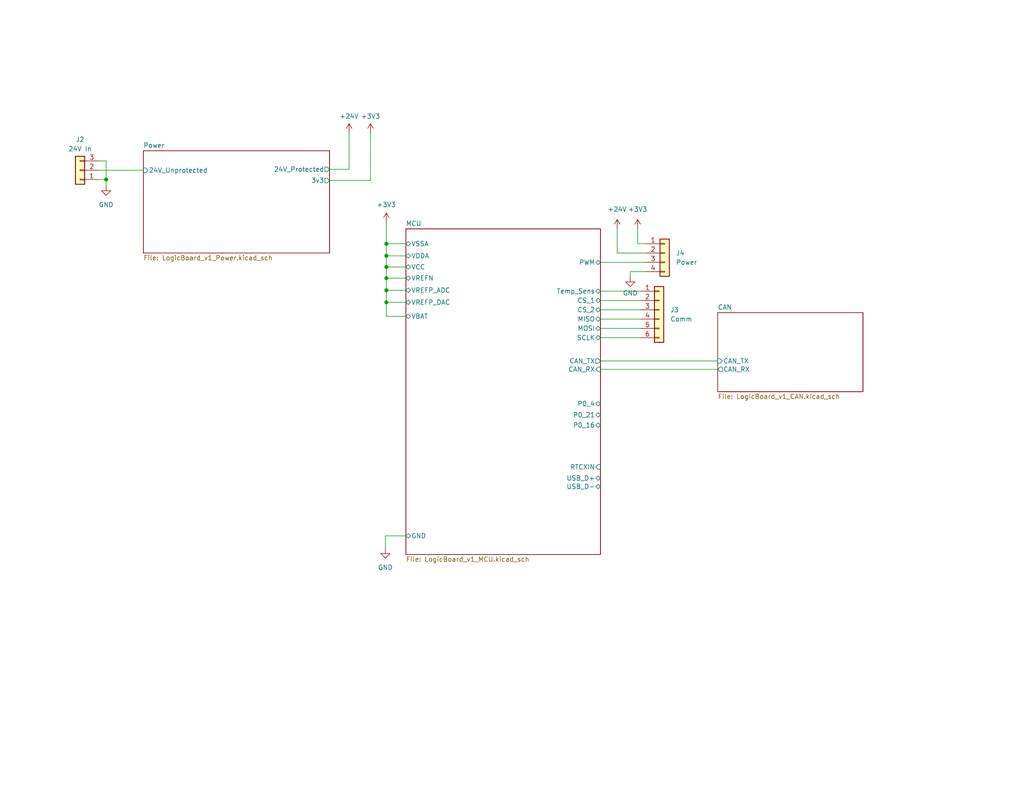
<source format=kicad_sch>
(kicad_sch (version 20230121) (generator eeschema)
  (paper "USLetter")
  (title_block (title "Template") (date "2022-08-16") (rev "0.0") (company "Illini Solar Car") (comment 1 "Designed By: Your Name"))
  (lib_symbols
    (symbol "Connector_Generic:Conn_01x03" (pin_names (offset 1.016) hide)
      (property "Reference" "J" (at 0 5.08 0))
      (property "Value" "Conn_01x03" (at 0 -5.08 0))
      (symbol "Conn_01x03_1_1"
        (rectangle (start -1.27 -2.413) (end 0 -2.667) (stroke (width 0.1524)))
        (rectangle (start -1.27 0.127) (end 0 -0.127) (stroke (width 0.1524)))
        (rectangle (start -1.27 2.667) (end 0 2.413) (stroke (width 0.1524)))
        (rectangle (start -1.27 3.81) (end 1.27 -3.81) (stroke (width 0.254)) (fill (type background)))
        (pin passive line (at -5.08 2.54 0) (length 3.81) (name "Pin_1") (number "1"))
        (pin passive line (at -5.08 0 0) (length 3.81) (name "Pin_2") (number "2"))
        (pin passive line (at -5.08 -2.54 0) (length 3.81) (name "Pin_3") (number "3"))
      )
    )
    (symbol "Connector_Generic:Conn_01x04" (pin_names (offset 1.016) hide)
      (property "Reference" "J" (at 0 5.08 0))
      (property "Value" "Conn_01x04" (at 0 -7.62 0))
      (symbol "Conn_01x04_1_1"
        (rectangle (start -1.27 -4.953) (end 0 -5.207) (stroke (width 0.1524)))
        (rectangle (start -1.27 -2.413) (end 0 -2.667) (stroke (width 0.1524)))
        (rectangle (start -1.27 0.127) (end 0 -0.127) (stroke (width 0.1524)))
        (rectangle (start -1.27 2.667) (end 0 2.413) (stroke (width 0.1524)))
        (rectangle (start -1.27 3.81) (end 1.27 -6.35) (stroke (width 0.254)) (fill (type background)))
        (pin passive line (at -5.08 2.54 0) (length 3.81) (name "Pin_1") (number "1"))
        (pin passive line (at -5.08 0 0) (length 3.81) (name "Pin_2") (number "2"))
        (pin passive line (at -5.08 -2.54 0) (length 3.81) (name "Pin_3") (number "3"))
        (pin passive line (at -5.08 -5.08 0) (length 3.81) (name "Pin_4") (number "4"))
      )
    )
    (symbol "Connector_Generic:Conn_01x06" (pin_names (offset 1.016) hide)
      (property "Reference" "J" (at 0 7.62 0))
      (property "Value" "Conn_01x06" (at 0 -10.16 0))
      (symbol "Conn_01x06_1_1"
        (rectangle (start -1.27 -7.493) (end 0 -7.747) (stroke (width 0.1524)))
        (rectangle (start -1.27 -4.953) (end 0 -5.207) (stroke (width 0.1524)))
        (rectangle (start -1.27 -2.413) (end 0 -2.667) (stroke (width 0.1524)))
        (rectangle (start -1.27 0.127) (end 0 -0.127) (stroke (width 0.1524)))
        (rectangle (start -1.27 2.667) (end 0 2.413) (stroke (width 0.1524)))
        (rectangle (start -1.27 5.207) (end 0 4.953) (stroke (width 0.1524)))
        (rectangle (start -1.27 6.35) (end 1.27 -8.89) (stroke (width 0.254)) (fill (type background)))
        (pin passive line (at -5.08 5.08 0) (length 3.81) (name "Pin_1") (number "1"))
        (pin passive line (at -5.08 2.54 0) (length 3.81) (name "Pin_2") (number "2"))
        (pin passive line (at -5.08 0 0) (length 3.81) (name "Pin_3") (number "3"))
        (pin passive line (at -5.08 -2.54 0) (length 3.81) (name "Pin_4") (number "4"))
        (pin passive line (at -5.08 -5.08 0) (length 3.81) (name "Pin_5") (number "5"))
        (pin passive line (at -5.08 -7.62 0) (length 3.81) (name "Pin_6") (number "6"))
      )
    )
    (symbol "power:+24V" (power) (pin_names (offset 0))
      (property "Value" "+24V" (at 0 3.556 0))
      (symbol "+24V_0_1"
        (polyline (pts (xy -0.762 1.27) (xy 0 2.54)))
        (polyline (pts (xy 0 0) (xy 0 2.54)))
        (polyline (pts (xy 0 2.54) (xy 0.762 1.27)))
      )
      (symbol "+24V_1_1"
        (pin power_in line (at 0 0 90) (length 0) hide (name "+24V") (number "1"))
      )
    )
    (symbol "power:+3V3" (power) (pin_names (offset 0))
      (property "Value" "+3V3" (at 0 3.556 0))
      (symbol "+3V3_0_1"
        (polyline (pts (xy -0.762 1.27) (xy 0 2.54)))
        (polyline (pts (xy 0 0) (xy 0 2.54)))
        (polyline (pts (xy 0 2.54) (xy 0.762 1.27)))
      )
      (symbol "+3V3_1_1"
        (pin power_in line (at 0 0 90) (length 0) hide (name "+3V3") (number "1"))
      )
    )
    (symbol "power:GND" (power) (pin_names (offset 0))
      (property "Value" "GND" (at 0 -3.81 0))
      (symbol "GND_0_1"
        (polyline (pts (xy 0 0) (xy 0 -1.27) (xy 1.27 -1.27) (xy 0 -2.54) (xy -1.27 -1.27) (xy 0 -1.27)))
      )
      (symbol "GND_1_1"
        (pin power_in line (at 0 0 270) (length 0) hide (name "GND") (number "1"))
      )
    )
  )
  (junction (at 105.41 82.55))
  (junction (at 105.41 75.946))
  (junction (at 105.41 72.898))
  (junction (at 105.41 69.85))
  (junction (at 105.41 79.248))
  (junction (at 105.41 66.548))
  (junction (at 28.956 49.022))
  (wire (pts (xy 101.092 49.276) (xy 101.092 36.322)))
  (wire (pts (xy 105.41 82.55) (xy 110.744 82.55)))
  (wire (pts (xy 168.402 69.088) (xy 176.276 69.088)))
  (wire (pts (xy 105.41 72.898) (xy 105.41 75.946)))
  (wire (pts (xy 105.41 79.248) (xy 105.41 82.55)))
  (wire (pts (xy 105.41 86.36) (xy 110.744 86.36)))
  (wire (pts (xy 26.924 43.942) (xy 28.956 43.942)))
  (wire (pts (xy 163.83 71.628) (xy 176.276 71.628)))
  (wire (pts (xy 105.156 146.304) (xy 110.744 146.304)))
  (wire (pts (xy 173.99 66.548) (xy 176.276 66.548)))
  (wire (pts (xy 163.83 79.502) (xy 174.752 79.502)))
  (wire (pts (xy 163.83 84.582) (xy 174.752 84.582)))
  (wire (pts (xy 163.83 100.838) (xy 195.834 100.838)))
  (wire (pts (xy 171.958 74.168) (xy 176.276 74.168)))
  (wire (pts (xy 105.41 69.85) (xy 105.41 72.898)))
  (wire (pts (xy 163.83 98.552) (xy 195.834 98.552)))
  (wire (pts (xy 95.25 46.228) (xy 89.916 46.228)))
  (wire (pts (xy 39.116 46.482) (xy 26.924 46.482)))
  (wire (pts (xy 105.41 60.706) (xy 105.41 66.548)))
  (wire (pts (xy 173.99 66.548) (xy 173.99 62.484)))
  (wire (pts (xy 105.41 82.55) (xy 105.41 86.36)))
  (wire (pts (xy 28.956 43.942) (xy 28.956 49.022)))
  (wire (pts (xy 110.744 72.898) (xy 105.41 72.898)))
  (wire (pts (xy 163.83 82.042) (xy 174.752 82.042)))
  (wire (pts (xy 28.956 49.022) (xy 28.956 50.8)))
  (wire (pts (xy 171.958 74.168) (xy 171.958 75.692)))
  (wire (pts (xy 105.41 75.946) (xy 105.41 79.248)))
  (wire (pts (xy 163.83 87.122) (xy 174.752 87.122)))
  (wire (pts (xy 168.402 62.484) (xy 168.402 69.088)))
  (wire (pts (xy 163.83 92.202) (xy 174.752 92.202)))
  (wire (pts (xy 95.25 36.322) (xy 95.25 46.228)))
  (wire (pts (xy 105.156 149.86) (xy 105.156 146.304)))
  (wire (pts (xy 110.744 69.85) (xy 105.41 69.85)))
  (wire (pts (xy 110.744 75.946) (xy 105.41 75.946)))
  (wire (pts (xy 163.83 89.662) (xy 174.752 89.662)))
  (wire (pts (xy 110.744 66.548) (xy 105.41 66.548)))
  (wire (pts (xy 105.41 66.548) (xy 105.41 69.85)))
  (wire (pts (xy 89.916 49.276) (xy 101.092 49.276)))
  (wire (pts (xy 105.41 79.248) (xy 110.744 79.248)))
  (wire (pts (xy 26.924 49.022) (xy 28.956 49.022)))
  (symbol (lib_id "Connector_Generic:Conn_01x04") (at 181.356 69.088 0) (unit 1)
    (property "Reference" "J4" (at 184.404 69.088 0) (effects (justify left)))
    (property "Value" "Power" (at 184.404 71.628 0) (effects (justify left)))
  )
  (symbol (lib_id "power:+3V3") (at 101.092 36.322 0) (unit 1)
    (property "Reference" "#PWR05" (effects hide))
    (property "Value" "+3V3" (at 101.092 31.75 0))
  )
  (symbol (lib_id "power:GND") (at 171.958 75.692 0) (unit 1)
    (property "Reference" "#PWR07" (effects hide))
    (property "Value" "GND" (at 171.958 80.01 0))
  )
  (symbol (lib_id "power:+24V") (at 95.25 36.322 0) (unit 1)
    (property "Reference" "#PWR04" (effects hide))
    (property "Value" "+24V" (at 95.25 31.75 0))
  )
  (symbol (lib_id "Connector_Generic:Conn_01x03") (at 21.844 46.482 180) (unit 1)
    (property "Reference" "J2" (at 21.844 38.1 0))
    (property "Value" "24V In" (at 21.844 40.64 0))
  )
  (symbol (lib_id "power:+3V3") (at 105.41 60.706 0) (unit 1)
    (property "Reference" "#PWR06" (effects hide))
    (property "Value" "+3V3" (at 105.41 55.88 0))
  )
  (symbol (lib_id "power:+3V3") (at 173.99 62.484 0) (unit 1)
    (property "Reference" "#PWR08" (effects hide))
    (property "Value" "+3V3" (at 173.99 57.15 0))
  )
  (symbol (lib_id "power:GND") (at 28.956 50.8 0) (unit 1)
    (property "Reference" "#PWR03" (effects hide))
    (property "Value" "GND" (at 28.956 55.88 0))
  )
  (symbol (lib_id "power:+24V") (at 168.402 62.484 0) (unit 1)
    (property "Reference" "#PWR09" (effects hide))
    (property "Value" "+24V" (at 168.402 57.15 0))
  )
  (symbol (lib_id "power:GND") (at 105.156 149.86 0) (unit 1)
    (property "Reference" "#PWR010" (effects hide))
    (property "Value" "GND" (at 105.156 154.94 0))
  )
  (symbol (lib_id "Connector_Generic:Conn_01x06") (at 179.832 84.582 0) (unit 1)
    (property "Reference" "J3" (at 182.88 84.582 0) (effects (justify left)))
    (property "Value" "Comm" (at 182.88 87.122 0) (effects (justify left)))
  )
  (sheet (at 195.834 85.344) (size 39.624 21.59) (stroke (width 0.1524))
    (property "Sheetname" "CAN" (at 195.834 84.6324 0) (effects (justify left bottom)))
    (property "Sheetfile" "LogicBoard_v1_CAN.kicad_sch" (at 195.834 107.5186 0) (effects (justify left top)))
    (pin "CAN_RX" output (at 195.834 100.838 180))
    (pin "CAN_TX" input (at 195.834 98.552 180))
  )
  (sheet (at 110.744 62.484) (size 53.086 88.9) (stroke (width 0.1524))
    (property "Sheetname" "MCU" (at 110.744 61.7724 0) (effects (justify left bottom)))
    (property "Sheetfile" "LogicBoard_v1_MCU.kicad_sch" (at 110.744 151.9686 0) (effects (justify left top)))
    (pin "VSSA" bidirectional (at 110.744 66.548 180))
    (pin "GND" bidirectional (at 110.744 146.304 180))
    (pin "VDDA" bidirectional (at 110.744 69.85 180))
    (pin "VCC" bidirectional (at 110.744 72.898 180))
    (pin "RTCXIN" input (at 163.83 127.508 0))
    (pin "USB_D+" bidirectional (at 163.83 130.556 0))
    (pin "USB_D-" bidirectional (at 163.83 132.842 0))
    (pin "P0_21" bidirectional (at 163.83 113.284 0))
    (pin "VREFN" bidirectional (at 110.744 75.946 180))
    (pin "VREFP_ADC" bidirectional (at 110.744 79.248 180))
    (pin "VREFP_DAC" bidirectional (at 110.744 82.55 180))
    (pin "VBAT" bidirectional (at 110.744 86.36 180))
    (pin "Temp_Sens" bidirectional (at 163.83 79.502 0))
    (pin "CS_1" bidirectional (at 163.83 82.042 0))
    (pin "CS_2" bidirectional (at 163.83 84.582 0))
    (pin "P0_4" bidirectional (at 163.83 110.236 0))
    (pin "P0_16" bidirectional (at 163.83 116.078 0))
    (pin "CAN_TX" output (at 163.83 98.552 0))
    (pin "CAN_RX" input (at 163.83 100.838 0))
    (pin "MISO" bidirectional (at 163.83 87.122 0))
    (pin "MOSI" bidirectional (at 163.83 89.662 0))
    (pin "SCLK" bidirectional (at 163.83 92.202 0))
    (pin "PWM" bidirectional (at 163.83 71.628 0))
  )
  (sheet (at 39.116 41.148) (size 50.8 27.94) (stroke (width 0.1524))
    (property "Sheetname" "Power" (at 39.116 40.4364 0) (effects (justify left bottom)))
    (property "Sheetfile" "LogicBoard_v1_Power.kicad_sch" (at 39.116 69.6726 0) (effects (justify left top)))
    (pin "24V_Protected" output (at 89.916 46.228 0))
    (pin "3v3" output (at 89.916 49.276 0))
    (pin "24V_Unprotected" input (at 39.116 46.482 180))
  )
)
</source>
